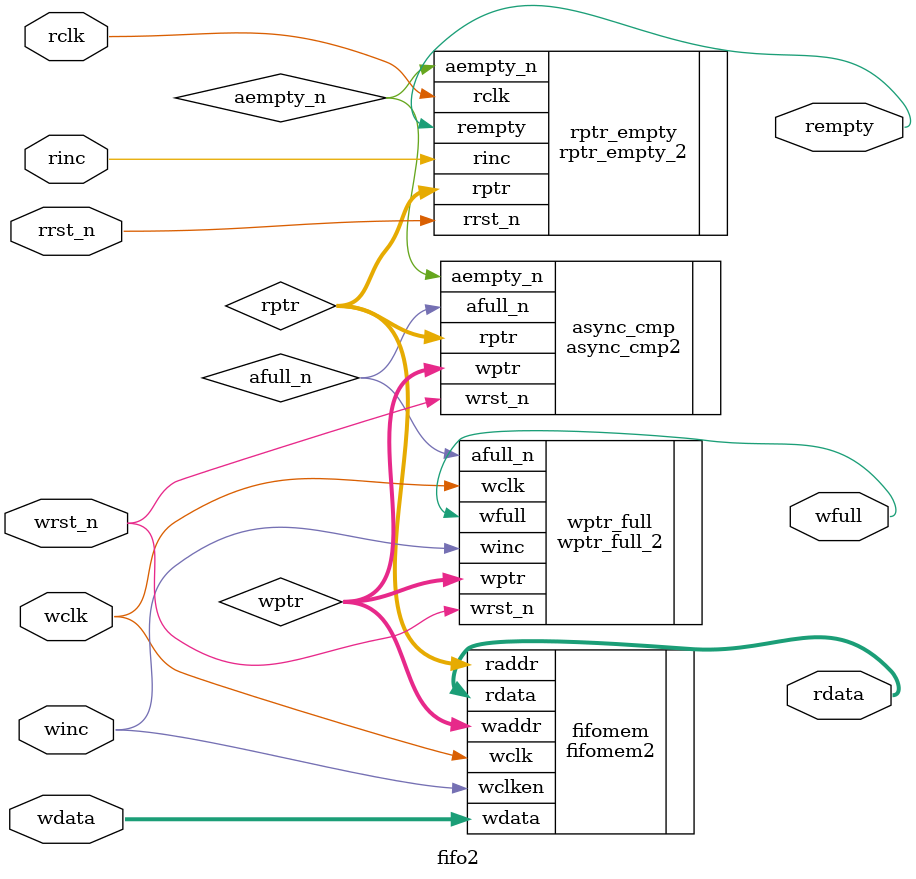
<source format=v>
/*********************************************************/
// MODULE: 
//
// FILE NAME: fifo2.v
// VERSION: 0.1
// DATE: 2022-Apr-15
// AUTHOR: Clifford E. Cummings
//
// CODE TYPE: RTL or Behavioral Level
//
// DESCRIPTION:
//
/*********************************************************/

module fifo2 
(
	rdata, wfull, rempty, wdata,
	winc, wclk, wrst_n, rinc, rclk, rrst_n
);

parameter DSIZE = 8;
parameter ASIZE = 4;

output [DSIZE-1:0] rdata;
output wfull;
output rempty;
input [DSIZE-1:0] wdata;
input winc, wclk, wrst_n;
input rinc, rclk, rrst_n;
wire [ASIZE-1:0] wptr, rptr;
wire [ASIZE-1:0] waddr, raddr;

async_cmp2 #(
	ASIZE
)
async_cmp
(
	.aempty_n(aempty_n),
	.afull_n(afull_n),
	.wptr(wptr),
	.rptr(rptr),
	.wrst_n(wrst_n)
);

fifomem2 #(
	DSIZE, 
	ASIZE
)
fifomem
(
	.rdata(rdata),
	.wdata(wdata),
	.waddr(wptr),
	.raddr(rptr),
	.wclken(winc),
	.wclk(wclk)
);

rptr_empty_2 #(
	ASIZE
) 
rptr_empty
(
	.rempty(rempty), 
	.rptr(rptr),
	.aempty_n(aempty_n), 
	.rinc(rinc),
	.rclk(rclk), 
	.rrst_n(rrst_n)
);

wptr_full_2 #(
	ASIZE
) 
wptr_full
(
	.wfull(wfull), 
	.wptr(wptr),
	.afull_n(afull_n), 
	.winc(winc),
	.wclk(wclk), 
	.wrst_n(wrst_n)
);


endmodule

</source>
